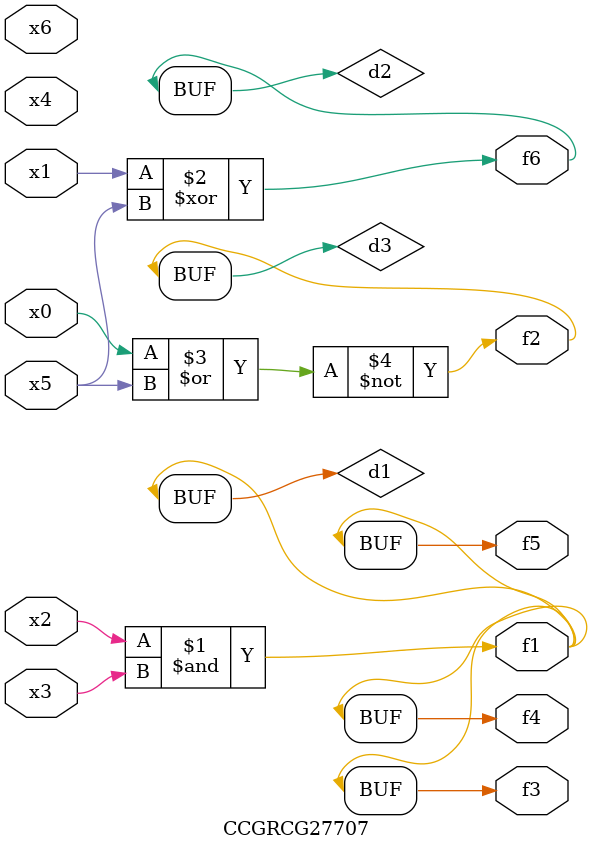
<source format=v>
module CCGRCG27707(
	input x0, x1, x2, x3, x4, x5, x6,
	output f1, f2, f3, f4, f5, f6
);

	wire d1, d2, d3;

	and (d1, x2, x3);
	xor (d2, x1, x5);
	nor (d3, x0, x5);
	assign f1 = d1;
	assign f2 = d3;
	assign f3 = d1;
	assign f4 = d1;
	assign f5 = d1;
	assign f6 = d2;
endmodule

</source>
